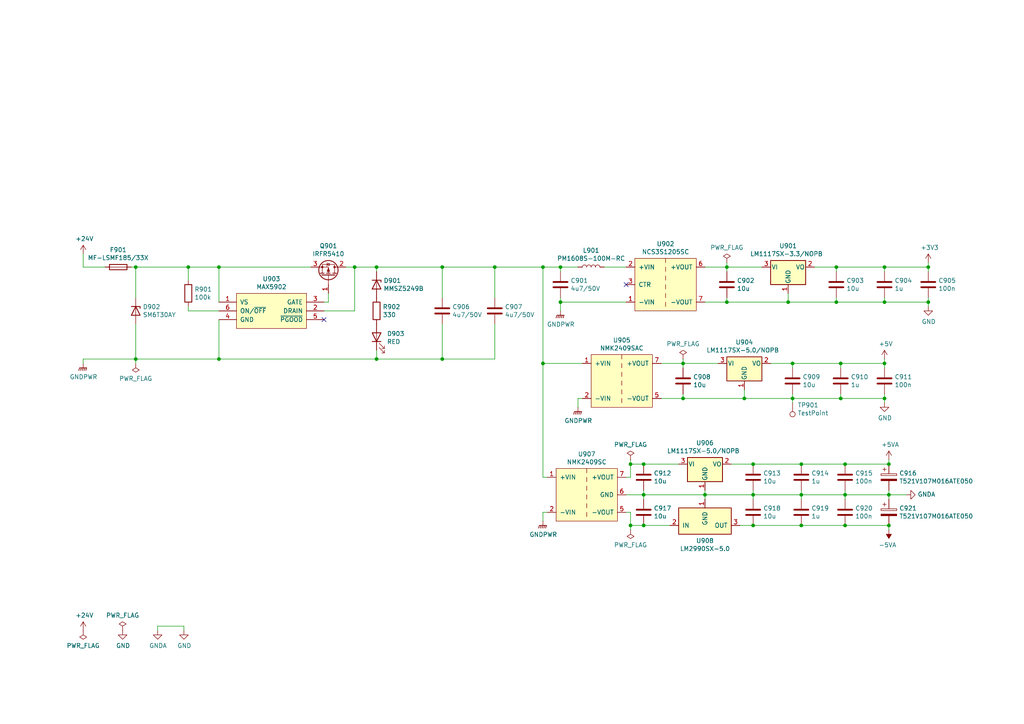
<source format=kicad_sch>
(kicad_sch (version 20230121) (generator eeschema)
  (paper "A4")
  (lib_symbols
    (symbol "Connector:TestPoint" (pin_numbers hide) (pin_names (offset 0.762) hide)
      (property "Reference" "TP" (at 0 6.858 0))
      (property "Value" "TestPoint" (at 0 5.08 0))
      (symbol "TestPoint_0_1"
        (circle (center 0 3.302) (radius 0.762))
      )
      (symbol "TestPoint_1_1"
        (pin passive line (at 0 0 90) (length 2.54) (name "1") (number "1"))
      )
    )
    (symbol "Device:C" (pin_numbers hide) (pin_names (offset 0.254))
      (property "Reference" "C" (at 0.635 2.54 0))
      (property "Value" "C" (at 0.635 -2.54 0))
      (symbol "C_0_1"
        (polyline (pts (xy -2.032 -0.762) (xy 2.032 -0.762)) (stroke (width 0.508)))
        (polyline (pts (xy -2.032 0.762) (xy 2.032 0.762)) (stroke (width 0.508)))
      )
      (symbol "C_1_1"
        (pin passive line (at 0 3.81 270) (length 2.794) (name "~") (number "1"))
        (pin passive line (at 0 -3.81 90) (length 2.794) (name "~") (number "2"))
      )
    )
    (symbol "Device:CP" (pin_numbers hide) (pin_names (offset 0.254))
      (property "Reference" "C" (at 0.635 2.54 0))
      (property "Value" "Device_CP" (at 0.635 -2.54 0))
      (symbol "CP_0_1"
        (rectangle (start -2.286 0.508) (end 2.286 1.016))
        (polyline (pts (xy -1.778 2.286) (xy -0.762 2.286)))
        (polyline (pts (xy -1.27 2.794) (xy -1.27 1.778)))
        (rectangle (start 2.286 -0.508) (end -2.286 -1.016) (fill (type outline)))
      )
      (symbol "CP_1_1"
        (pin passive line (at 0 3.81 270) (length 2.794) (name "~") (number "1"))
        (pin passive line (at 0 -3.81 90) (length 2.794) (name "~") (number "2"))
      )
    )
    (symbol "Device:D_Zener" (pin_numbers hide) (pin_names (offset 1.016) hide)
      (property "Reference" "D" (at 0 2.54 0))
      (property "Value" "D_Zener" (at 0 -2.54 0))
      (symbol "D_Zener_0_1"
        (polyline (pts (xy 1.27 0) (xy -1.27 0)))
        (polyline (pts (xy -1.27 -1.27) (xy -1.27 1.27) (xy -0.762 1.27)) (stroke (width 0.254)))
        (polyline (pts (xy 1.27 -1.27) (xy 1.27 1.27) (xy -1.27 0) (xy 1.27 -1.27)) (stroke (width 0.254)))
      )
      (symbol "D_Zener_1_1"
        (pin passive line (at -3.81 0 0) (length 2.54) (name "K") (number "1"))
        (pin passive line (at 3.81 0 180) (length 2.54) (name "A") (number "2"))
      )
    )
    (symbol "Device:Fuse" (pin_numbers hide) (pin_names (offset 0))
      (property "Reference" "F" (at 2.032 0 90))
      (property "Value" "Fuse" (at -1.905 0 90))
      (symbol "Fuse_0_1"
        (rectangle (start -0.762 -2.54) (end 0.762 2.54) (stroke (width 0.254)))
        (polyline (pts (xy 0 2.54) (xy 0 -2.54)))
      )
      (symbol "Fuse_1_1"
        (pin passive line (at 0 3.81 270) (length 1.27) (name "~") (number "1"))
        (pin passive line (at 0 -3.81 90) (length 1.27) (name "~") (number "2"))
      )
    )
    (symbol "Device:L" (pin_numbers hide) (pin_names (offset 1.016) hide)
      (property "Reference" "L" (at -1.27 0 90))
      (property "Value" "L" (at 1.905 0 90))
      (symbol "L_0_1"
        (arc (start 0 -2.54) (mid 0.6323 -1.905) (end 0 -1.27))
        (arc (start 0 -1.27) (mid 0.6323 -0.635) (end 0 0))
        (arc (start 0 0) (mid 0.6323 0.635) (end 0 1.27))
        (arc (start 0 1.27) (mid 0.6323 1.905) (end 0 2.54))
      )
      (symbol "L_1_1"
        (pin passive line (at 0 3.81 270) (length 1.27) (name "1") (number "1"))
        (pin passive line (at 0 -3.81 90) (length 1.27) (name "2") (number "2"))
      )
    )
    (symbol "Device:LED" (pin_numbers hide) (pin_names (offset 1.016) hide)
      (property "Reference" "D" (at 0 2.54 0))
      (property "Value" "LED" (at 0 -2.54 0))
      (symbol "LED_0_1"
        (polyline (pts (xy -1.27 -1.27) (xy -1.27 1.27)) (stroke (width 0.254)))
        (polyline (pts (xy -1.27 0) (xy 1.27 0)))
        (polyline (pts (xy 1.27 -1.27) (xy 1.27 1.27) (xy -1.27 0) (xy 1.27 -1.27)) (stroke (width 0.254)))
        (polyline (pts (xy -3.048 -0.762) (xy -4.572 -2.286) (xy -3.81 -2.286) (xy -4.572 -2.286) (xy -4.572 -1.524)))
        (polyline (pts (xy -1.778 -0.762) (xy -3.302 -2.286) (xy -2.54 -2.286) (xy -3.302 -2.286) (xy -3.302 -1.524)))
      )
      (symbol "LED_1_1"
        (pin passive line (at -3.81 0 0) (length 2.54) (name "K") (number "1"))
        (pin passive line (at 3.81 0 180) (length 2.54) (name "A") (number "2"))
      )
    )
    (symbol "Device:Q_PMOS_GDS" (pin_names (offset 0) hide)
      (property "Reference" "Q" (at 5.08 1.27 0))
      (property "Value" "Q_PMOS_GDS" (at 5.08 -1.27 0))
      (symbol "Q_PMOS_GDS_0_1"
        (polyline (pts (xy 0.254 0) (xy -2.54 0)))
        (polyline (pts (xy 0.254 1.905) (xy 0.254 -1.905)) (stroke (width 0.254)))
        (polyline (pts (xy 0.762 -1.27) (xy 0.762 -2.286)) (stroke (width 0.254)))
        (polyline (pts (xy 0.762 0.508) (xy 0.762 -0.508)) (stroke (width 0.254)))
        (polyline (pts (xy 0.762 2.286) (xy 0.762 1.27)) (stroke (width 0.254)))
        (polyline (pts (xy 2.54 2.54) (xy 2.54 1.778)))
        (polyline (pts (xy 2.54 -2.54) (xy 2.54 0) (xy 0.762 0)))
        (polyline (pts (xy 0.762 1.778) (xy 3.302 1.778) (xy 3.302 -1.778) (xy 0.762 -1.778)))
        (polyline (pts (xy 2.286 0) (xy 1.27 0.381) (xy 1.27 -0.381) (xy 2.286 0)) (fill (type outline)))
        (polyline (pts (xy 2.794 -0.508) (xy 2.921 -0.381) (xy 3.683 -0.381) (xy 3.81 -0.254)))
        (polyline (pts (xy 3.302 -0.381) (xy 2.921 0.254) (xy 3.683 0.254) (xy 3.302 -0.381)))
        (circle (center 1.651 0) (radius 2.794) (stroke (width 0.254)))
        (circle (center 2.54 -1.778) (radius 0.254) (fill (type outline)))
        (circle (center 2.54 1.778) (radius 0.254) (fill (type outline)))
      )
      (symbol "Q_PMOS_GDS_1_1"
        (pin input line (at -5.08 0 0) (length 2.54) (name "G") (number "1"))
        (pin passive line (at 2.54 5.08 270) (length 2.54) (name "D") (number "2"))
        (pin passive line (at 2.54 -5.08 90) (length 2.54) (name "S") (number "3"))
      )
    )
    (symbol "Device:R" (pin_numbers hide) (pin_names (offset 0))
      (property "Reference" "R" (at 2.032 0 90))
      (property "Value" "R" (at 0 0 90))
      (symbol "R_0_1"
        (rectangle (start -1.016 -2.54) (end 1.016 2.54) (stroke (width 0.254)))
      )
      (symbol "R_1_1"
        (pin passive line (at 0 3.81 270) (length 1.27) (name "~") (number "1"))
        (pin passive line (at 0 -3.81 90) (length 1.27) (name "~") (number "2"))
      )
    )
    (symbol "ETH1CLCR2:MAX5902" (pin_names (offset 1.016))
      (property "Reference" "U" (at -8.89 6.35 0))
      (property "Value" "MAX5902" (at 5.08 6.35 0))
      (symbol "MAX5902_0_1"
        (rectangle (start -10.16 5.08) (end 10.16 -5.08) (fill (type background)))
      )
      (symbol "MAX5902_1_1"
        (pin passive line (at -15.24 2.54 0) (length 5.08) (name "VS") (number "1"))
        (pin passive line (at 15.24 0 180) (length 5.08) (name "DRAIN") (number "2"))
        (pin passive line (at 15.24 2.54 180) (length 5.08) (name "GATE") (number "3"))
        (pin passive line (at -15.24 -2.54 0) (length 5.08) (name "GND") (number "4"))
        (pin passive line (at 15.24 -2.54 180) (length 5.08) (name "~{PGOOD}") (number "5"))
        (pin passive line (at -15.24 0 0) (length 5.08) (name "ON/~{OFF}") (number "6"))
      )
    )
    (symbol "ETH1CLCR2:NCS3" (pin_names (offset 1.016))
      (property "Reference" "U" (at 0 11.43 0))
      (property "Value" "NCS3" (at 0 8.89 0))
      (symbol "NCS3_0_1"
        (rectangle (start -8.89 7.62) (end 8.89 -7.62) (fill (type background)))
        (polyline (pts (xy 0 -5.08) (xy 0 -6.35)))
        (polyline (pts (xy 0 -2.54) (xy 0 -3.81)))
        (polyline (pts (xy 0 0) (xy 0 -1.27)))
        (polyline (pts (xy 0 2.54) (xy 0 1.27)))
        (polyline (pts (xy 0 5.08) (xy 0 3.81)))
        (polyline (pts (xy 0 7.62) (xy 0 6.35)))
      )
      (symbol "NCS3_1_1"
        (pin passive line (at -11.43 -5.08 0) (length 2.54) (name "-VIN") (number "1"))
        (pin passive line (at -11.43 5.08 0) (length 2.54) (name "+VIN") (number "2"))
        (pin input line (at -11.43 0 0) (length 2.54) (name "CTR") (number "3"))
        (pin passive line (at 11.43 5.08 180) (length 2.54) (name "+VOUT") (number "6"))
        (pin passive line (at 11.43 -5.08 180) (length 2.54) (name "-VOUT") (number "7"))
        (pin no_connect non_logic (at 8.89 0 0) (length 0) hide (name "NC") (number "8"))
      )
    )
    (symbol "ETH1CLCR2:NMK_DUAL" (pin_names (offset 1.016))
      (property "Reference" "U" (at 0 11.43 0))
      (property "Value" "NMK_DUAL" (at 0 8.89 0))
      (symbol "NMK_DUAL_0_1"
        (rectangle (start -8.89 7.62) (end 8.89 -7.62) (fill (type background)))
        (polyline (pts (xy 0 -5.08) (xy 0 -6.35)))
        (polyline (pts (xy 0 -2.54) (xy 0 -3.81)))
        (polyline (pts (xy 0 0) (xy 0 -1.27)))
        (polyline (pts (xy 0 2.54) (xy 0 1.27)))
        (polyline (pts (xy 0 5.08) (xy 0 3.81)))
        (polyline (pts (xy 0 7.62) (xy 0 6.35)))
      )
      (symbol "NMK_DUAL_1_1"
        (pin passive line (at -11.43 5.08 0) (length 2.54) (name "+VIN") (number "1"))
        (pin passive line (at -11.43 -5.08 0) (length 2.54) (name "-VIN") (number "2"))
        (pin passive line (at 11.43 -5.08 180) (length 2.54) (name "-VOUT") (number "5"))
        (pin passive line (at 11.43 0 180) (length 2.54) (name "GND") (number "6"))
        (pin passive line (at 11.43 5.08 180) (length 2.54) (name "+VOUT") (number "7"))
      )
    )
    (symbol "ETH1CLCR2:NMK_SINGLE" (pin_names (offset 1.016))
      (property "Reference" "U" (at 0 11.43 0))
      (property "Value" "NMK_SINGLE" (at 0 8.89 0))
      (symbol "NMK_SINGLE_0_1"
        (rectangle (start -8.89 7.62) (end 8.89 -7.62) (fill (type background)))
        (polyline (pts (xy 0 -5.08) (xy 0 -6.35)))
        (polyline (pts (xy 0 -2.54) (xy 0 -3.81)))
        (polyline (pts (xy 0 0) (xy 0 -1.27)))
        (polyline (pts (xy 0 2.54) (xy 0 1.27)))
        (polyline (pts (xy 0 5.08) (xy 0 3.81)))
        (polyline (pts (xy 0 7.62) (xy 0 6.35)))
      )
      (symbol "NMK_SINGLE_1_1"
        (pin passive line (at -11.43 5.08 0) (length 2.54) (name "+VIN") (number "1"))
        (pin passive line (at -11.43 -5.08 0) (length 2.54) (name "-VIN") (number "2"))
        (pin passive line (at 11.43 -5.08 180) (length 2.54) (name "-VOUT") (number "5"))
        (pin passive line (at 11.43 5.08 180) (length 2.54) (name "+VOUT") (number "7"))
      )
    )
    (symbol "Regulator_Linear:LM2990SX-5.0" (pin_names (offset 1.016))
      (property "Reference" "U" (at -7.874 4.064 0))
      (property "Value" "LM2990SX-5.0" (at -3.048 4.064 0))
      (symbol "LM2990SX-5.0_0_1"
        (rectangle (start -7.62 2.54) (end 7.62 -5.08) (stroke (width 0.254)) (fill (type background)))
      )
      (symbol "LM2990SX-5.0_1_1"
        (pin power_in line (at 0 -7.62 90) (length 2.54) (name "GND") (number "1"))
        (pin power_in line (at -10.16 0 0) (length 2.54) (name "IN") (number "2"))
        (pin power_out line (at 10.16 0 180) (length 2.54) (name "OUT") (number "3"))
      )
    )
    (symbol "Regulator_Linear:TLV1117-33" (pin_names (offset 0.254))
      (property "Reference" "U" (at -3.81 3.175 0))
      (property "Value" "TLV1117-33" (at 0 3.175 0))
      (symbol "TLV1117-33_0_1"
        (rectangle (start -5.08 -5.08) (end 5.08 1.905) (stroke (width 0.254)) (fill (type background)))
      )
      (symbol "TLV1117-33_1_1"
        (pin power_in line (at 0 -7.62 90) (length 2.54) (name "GND") (number "1"))
        (pin power_out line (at 7.62 0 180) (length 2.54) (name "VO") (number "2"))
        (pin power_in line (at -7.62 0 0) (length 2.54) (name "VI") (number "3"))
      )
    )
    (symbol "Regulator_Linear:TLV1117-50" (pin_names (offset 0.254))
      (property "Reference" "U" (at -3.81 3.175 0))
      (property "Value" "TLV1117-50" (at 0 3.175 0))
      (symbol "TLV1117-50_0_1"
        (rectangle (start -5.08 -5.08) (end 5.08 1.905) (stroke (width 0.254)) (fill (type background)))
      )
      (symbol "TLV1117-50_1_1"
        (pin power_in line (at 0 -7.62 90) (length 2.54) (name "GND") (number "1"))
        (pin power_out line (at 7.62 0 180) (length 2.54) (name "VO") (number "2"))
        (pin power_in line (at -7.62 0 0) (length 2.54) (name "VI") (number "3"))
      )
    )
    (symbol "power:+24V" (power) (pin_names (offset 0))
      (property "Value" "+24V" (at 0 3.556 0))
      (symbol "+24V_0_1"
        (polyline (pts (xy -0.762 1.27) (xy 0 2.54)))
        (polyline (pts (xy 0 0) (xy 0 2.54)))
        (polyline (pts (xy 0 2.54) (xy 0.762 1.27)))
      )
      (symbol "+24V_1_1"
        (pin power_in line (at 0 0 90) (length 0) hide (name "+24V") (number "1"))
      )
    )
    (symbol "power:+3.3V" (power) (pin_names (offset 0))
      (property "Value" "+3.3V" (at 0 3.556 0))
      (symbol "+3.3V_0_1"
        (polyline (pts (xy -0.762 1.27) (xy 0 2.54)))
        (polyline (pts (xy 0 0) (xy 0 2.54)))
        (polyline (pts (xy 0 2.54) (xy 0.762 1.27)))
      )
      (symbol "+3.3V_1_1"
        (pin power_in line (at 0 0 90) (length 0) hide (name "+3V3") (number "1"))
      )
    )
    (symbol "power:+5V" (power) (pin_names (offset 0))
      (property "Value" "+5V" (at 0 3.556 0))
      (symbol "+5V_0_1"
        (polyline (pts (xy -0.762 1.27) (xy 0 2.54)))
        (polyline (pts (xy 0 0) (xy 0 2.54)))
        (polyline (pts (xy 0 2.54) (xy 0.762 1.27)))
      )
      (symbol "+5V_1_1"
        (pin power_in line (at 0 0 90) (length 0) hide (name "+5V") (number "1"))
      )
    )
    (symbol "power:+5VA" (power) (pin_names (offset 0))
      (property "Value" "+5VA" (at 0 3.556 0))
      (symbol "+5VA_0_1"
        (polyline (pts (xy -0.762 1.27) (xy 0 2.54)))
        (polyline (pts (xy 0 0) (xy 0 2.54)))
        (polyline (pts (xy 0 2.54) (xy 0.762 1.27)))
      )
      (symbol "+5VA_1_1"
        (pin power_in line (at 0 0 90) (length 0) hide (name "+5VA") (number "1"))
      )
    )
    (symbol "power:-5VA" (power) (pin_names (offset 0))
      (property "Value" "-5VA" (at 0 3.81 0))
      (symbol "-5VA_0_0"
        (pin power_in line (at 0 0 90) (length 0) hide (name "-5VA") (number "1"))
      )
      (symbol "-5VA_0_1"
        (polyline (pts (xy 0 0) (xy 0 1.27) (xy 0.762 1.27) (xy 0 2.54) (xy -0.762 1.27) (xy 0 1.27)) (fill (type outline)))
      )
    )
    (symbol "power:GND" (power) (pin_names (offset 0))
      (property "Value" "GND" (at 0 -3.81 0))
      (symbol "GND_0_1"
        (polyline (pts (xy 0 0) (xy 0 -1.27) (xy 1.27 -1.27) (xy 0 -2.54) (xy -1.27 -1.27) (xy 0 -1.27)))
      )
      (symbol "GND_1_1"
        (pin power_in line (at 0 0 270) (length 0) hide (name "GND") (number "1"))
      )
    )
    (symbol "power:GNDA" (power) (pin_names (offset 0))
      (property "Value" "GNDA" (at 0 -3.81 0))
      (symbol "GNDA_0_1"
        (polyline (pts (xy 0 0) (xy 0 -1.27) (xy 1.27 -1.27) (xy 0 -2.54) (xy -1.27 -1.27) (xy 0 -1.27)))
      )
      (symbol "GNDA_1_1"
        (pin power_in line (at 0 0 270) (length 0) hide (name "GNDA") (number "1"))
      )
    )
    (symbol "power:GNDPWR" (power) (pin_names (offset 0))
      (property "Value" "GNDPWR" (at 0 -3.302 0))
      (symbol "GNDPWR_0_1"
        (polyline (pts (xy 0 -1.27) (xy 0 0)))
        (polyline (pts (xy -1.016 -1.27) (xy -1.27 -2.032) (xy -1.27 -2.032)) (stroke (width 0.2032)))
        (polyline (pts (xy -0.508 -1.27) (xy -0.762 -2.032) (xy -0.762 -2.032)) (stroke (width 0.2032)))
        (polyline (pts (xy 0 -1.27) (xy -0.254 -2.032) (xy -0.254 -2.032)) (stroke (width 0.2032)))
        (polyline (pts (xy 0.508 -1.27) (xy 0.254 -2.032) (xy 0.254 -2.032)) (stroke (width 0.2032)))
        (polyline (pts (xy 1.016 -1.27) (xy -1.016 -1.27) (xy -1.016 -1.27)) (stroke (width 0.2032)))
        (polyline (pts (xy 1.016 -1.27) (xy 0.762 -2.032) (xy 0.762 -2.032) (xy 0.762 -2.032)) (stroke (width 0.2032)))
      )
      (symbol "GNDPWR_1_1"
        (pin power_in line (at 0 0 270) (length 0) hide (name "GNDPWR") (number "1"))
      )
    )
    (symbol "power:PWR_FLAG" (power) (pin_numbers hide) (pin_names (offset 0) hide)
      (property "Value" "PWR_FLAG" (at 0 3.81 0))
      (symbol "PWR_FLAG_0_0"
        (pin power_out line (at 0 0 90) (length 0) (name "pwr") (number "1"))
      )
      (symbol "PWR_FLAG_0_1"
        (polyline (pts (xy 0 0) (xy 0 1.27) (xy -1.016 1.905) (xy 0 2.54) (xy 1.016 1.905) (xy 0 1.27)))
      )
    )
  )
  (junction (at 39.37 77.47))
  (junction (at 39.37 104.14))
  (junction (at 186.69 143.51))
  (junction (at 210.82 87.63))
  (junction (at 257.81 134.62))
  (junction (at 143.51 77.47))
  (junction (at 109.22 77.47))
  (junction (at 157.48 77.47))
  (junction (at 243.84 115.57))
  (junction (at 162.56 77.47))
  (junction (at 242.57 77.47))
  (junction (at 198.12 115.57))
  (junction (at 245.11 143.51))
  (junction (at 157.48 105.41))
  (junction (at 186.69 134.62))
  (junction (at 218.44 152.4))
  (junction (at 182.88 134.62))
  (junction (at 109.22 104.14))
  (junction (at 102.87 77.47))
  (junction (at 256.54 105.41))
  (junction (at 229.87 115.57))
  (junction (at 128.27 104.14))
  (junction (at 269.24 77.47))
  (junction (at 228.6 87.63))
  (junction (at 256.54 87.63))
  (junction (at 182.88 152.4))
  (junction (at 198.12 105.41))
  (junction (at 218.44 143.51))
  (junction (at 63.5 77.47))
  (junction (at 162.56 87.63))
  (junction (at 245.11 152.4))
  (junction (at 218.44 134.62))
  (junction (at 204.47 143.51))
  (junction (at 232.41 143.51))
  (junction (at 269.24 87.63))
  (junction (at 229.87 105.41))
  (junction (at 215.9 115.57))
  (junction (at 54.61 77.47))
  (junction (at 63.5 104.14))
  (junction (at 257.81 143.51))
  (junction (at 257.81 152.4))
  (junction (at 128.27 77.47))
  (junction (at 245.11 134.62))
  (junction (at 232.41 152.4))
  (junction (at 256.54 77.47))
  (junction (at 242.57 87.63))
  (junction (at 256.54 115.57))
  (junction (at 210.82 77.47))
  (junction (at 186.69 152.4))
  (junction (at 232.41 134.62))
  (junction (at 243.84 105.41))
  (no_connect (at 93.98 92.71))
  (no_connect (at 181.61 82.55))
  (wire (pts (xy 198.12 104.14) (xy 198.12 105.41)))
  (wire (pts (xy 186.69 143.51) (xy 204.47 143.51)))
  (wire (pts (xy 218.44 152.4) (xy 232.41 152.4)))
  (wire (pts (xy 53.34 181.61) (xy 45.72 181.61)))
  (wire (pts (xy 24.13 77.47) (xy 24.13 73.66)))
  (wire (pts (xy 128.27 77.47) (xy 109.22 77.47)))
  (wire (pts (xy 257.81 133.35) (xy 257.81 134.62)))
  (wire (pts (xy 143.51 104.14) (xy 143.51 93.98)))
  (wire (pts (xy 143.51 86.36) (xy 143.51 77.47)))
  (wire (pts (xy 194.31 152.4) (xy 186.69 152.4)))
  (wire (pts (xy 204.47 87.63) (xy 210.82 87.63)))
  (wire (pts (xy 257.81 153.67) (xy 257.81 152.4)))
  (wire (pts (xy 109.22 104.14) (xy 109.22 101.6)))
  (wire (pts (xy 162.56 78.74) (xy 162.56 77.47)))
  (wire (pts (xy 229.87 106.68) (xy 229.87 105.41)))
  (wire (pts (xy 232.41 152.4) (xy 245.11 152.4)))
  (wire (pts (xy 175.26 77.47) (xy 181.61 77.47)))
  (wire (pts (xy 63.5 92.71) (xy 63.5 104.14)))
  (wire (pts (xy 186.69 142.24) (xy 186.69 143.51)))
  (wire (pts (xy 39.37 86.36) (xy 39.37 77.47)))
  (wire (pts (xy 162.56 87.63) (xy 181.61 87.63)))
  (wire (pts (xy 95.25 87.63) (xy 95.25 85.09)))
  (wire (pts (xy 218.44 143.51) (xy 218.44 142.24)))
  (wire (pts (xy 198.12 115.57) (xy 215.9 115.57)))
  (wire (pts (xy 243.84 105.41) (xy 256.54 105.41)))
  (wire (pts (xy 186.69 152.4) (xy 182.88 152.4)))
  (wire (pts (xy 269.24 88.9) (xy 269.24 87.63)))
  (wire (pts (xy 204.47 77.47) (xy 210.82 77.47)))
  (wire (pts (xy 245.11 144.78) (xy 245.11 143.51)))
  (wire (pts (xy 45.72 181.61) (xy 45.72 182.88)))
  (wire (pts (xy 63.5 90.17) (xy 54.61 90.17)))
  (wire (pts (xy 269.24 77.47) (xy 256.54 77.47)))
  (wire (pts (xy 167.64 115.57) (xy 168.91 115.57)))
  (wire (pts (xy 39.37 77.47) (xy 54.61 77.47)))
  (wire (pts (xy 269.24 87.63) (xy 269.24 86.36)))
  (wire (pts (xy 210.82 87.63) (xy 210.82 86.36)))
  (wire (pts (xy 210.82 77.47) (xy 220.98 77.47)))
  (wire (pts (xy 256.54 116.84) (xy 256.54 115.57)))
  (wire (pts (xy 257.81 143.51) (xy 245.11 143.51)))
  (wire (pts (xy 181.61 143.51) (xy 186.69 143.51)))
  (wire (pts (xy 128.27 86.36) (xy 128.27 77.47)))
  (wire (pts (xy 182.88 138.43) (xy 182.88 134.62)))
  (wire (pts (xy 182.88 134.62) (xy 186.69 134.62)))
  (wire (pts (xy 24.13 105.41) (xy 24.13 104.14)))
  (wire (pts (xy 210.82 78.74) (xy 210.82 77.47)))
  (wire (pts (xy 208.28 105.41) (xy 198.12 105.41)))
  (wire (pts (xy 229.87 116.84) (xy 229.87 115.57)))
  (wire (pts (xy 256.54 104.14) (xy 256.54 105.41)))
  (wire (pts (xy 232.41 134.62) (xy 245.11 134.62)))
  (wire (pts (xy 256.54 114.3) (xy 256.54 115.57)))
  (wire (pts (xy 243.84 115.57) (xy 243.84 114.3)))
  (wire (pts (xy 256.54 77.47) (xy 242.57 77.47)))
  (wire (pts (xy 90.17 77.47) (xy 63.5 77.47)))
  (wire (pts (xy 212.09 134.62) (xy 218.44 134.62)))
  (wire (pts (xy 243.84 115.57) (xy 229.87 115.57)))
  (wire (pts (xy 182.88 133.35) (xy 182.88 134.62)))
  (wire (pts (xy 63.5 104.14) (xy 39.37 104.14)))
  (wire (pts (xy 143.51 77.47) (xy 157.48 77.47)))
  (wire (pts (xy 242.57 86.36) (xy 242.57 87.63)))
  (wire (pts (xy 242.57 87.63) (xy 256.54 87.63)))
  (wire (pts (xy 215.9 115.57) (xy 229.87 115.57)))
  (wire (pts (xy 109.22 77.47) (xy 109.22 78.74)))
  (wire (pts (xy 245.11 152.4) (xy 257.81 152.4)))
  (wire (pts (xy 218.44 152.4) (xy 214.63 152.4)))
  (wire (pts (xy 243.84 106.68) (xy 243.84 105.41)))
  (wire (pts (xy 228.6 87.63) (xy 242.57 87.63)))
  (wire (pts (xy 215.9 113.03) (xy 215.9 115.57)))
  (wire (pts (xy 256.54 86.36) (xy 256.54 87.63)))
  (wire (pts (xy 157.48 151.13) (xy 157.48 148.59)))
  (wire (pts (xy 54.61 77.47) (xy 54.61 81.28)))
  (wire (pts (xy 229.87 114.3) (xy 229.87 115.57)))
  (wire (pts (xy 228.6 85.09) (xy 228.6 87.63)))
  (wire (pts (xy 186.69 134.62) (xy 196.85 134.62)))
  (wire (pts (xy 30.48 77.47) (xy 24.13 77.47)))
  (wire (pts (xy 229.87 105.41) (xy 243.84 105.41)))
  (wire (pts (xy 24.13 104.14) (xy 39.37 104.14)))
  (wire (pts (xy 102.87 77.47) (xy 100.33 77.47)))
  (wire (pts (xy 63.5 87.63) (xy 63.5 77.47)))
  (wire (pts (xy 93.98 87.63) (xy 95.25 87.63)))
  (wire (pts (xy 157.48 77.47) (xy 162.56 77.47)))
  (wire (pts (xy 232.41 142.24) (xy 232.41 143.51)))
  (wire (pts (xy 245.11 142.24) (xy 245.11 143.51)))
  (wire (pts (xy 38.1 77.47) (xy 39.37 77.47)))
  (wire (pts (xy 157.48 148.59) (xy 158.75 148.59)))
  (wire (pts (xy 181.61 138.43) (xy 182.88 138.43)))
  (wire (pts (xy 218.44 134.62) (xy 232.41 134.62)))
  (wire (pts (xy 256.54 77.47) (xy 256.54 78.74)))
  (wire (pts (xy 162.56 90.17) (xy 162.56 87.63)))
  (wire (pts (xy 257.81 143.51) (xy 257.81 142.24)))
  (wire (pts (xy 204.47 144.78) (xy 204.47 143.51)))
  (wire (pts (xy 257.81 144.78) (xy 257.81 143.51)))
  (wire (pts (xy 218.44 143.51) (xy 218.44 144.78)))
  (wire (pts (xy 39.37 104.14) (xy 39.37 93.98)))
  (wire (pts (xy 128.27 104.14) (xy 109.22 104.14)))
  (wire (pts (xy 182.88 152.4) (xy 182.88 148.59)))
  (wire (pts (xy 191.77 115.57) (xy 198.12 115.57)))
  (wire (pts (xy 204.47 143.51) (xy 218.44 143.51)))
  (wire (pts (xy 128.27 93.98) (xy 128.27 104.14)))
  (wire (pts (xy 128.27 77.47) (xy 143.51 77.47)))
  (wire (pts (xy 162.56 77.47) (xy 167.64 77.47)))
  (wire (pts (xy 167.64 118.11) (xy 167.64 115.57)))
  (wire (pts (xy 262.89 143.51) (xy 257.81 143.51)))
  (wire (pts (xy 210.82 76.2) (xy 210.82 77.47)))
  (wire (pts (xy 229.87 105.41) (xy 223.52 105.41)))
  (wire (pts (xy 257.81 134.62) (xy 245.11 134.62)))
  (wire (pts (xy 182.88 148.59) (xy 181.61 148.59)))
  (wire (pts (xy 242.57 78.74) (xy 242.57 77.47)))
  (wire (pts (xy 269.24 78.74) (xy 269.24 77.47)))
  (wire (pts (xy 198.12 106.68) (xy 198.12 105.41)))
  (wire (pts (xy 182.88 153.67) (xy 182.88 152.4)))
  (wire (pts (xy 204.47 142.24) (xy 204.47 143.51)))
  (wire (pts (xy 242.57 77.47) (xy 236.22 77.47)))
  (wire (pts (xy 39.37 105.41) (xy 39.37 104.14)))
  (wire (pts (xy 232.41 143.51) (xy 218.44 143.51)))
  (wire (pts (xy 191.77 105.41) (xy 198.12 105.41)))
  (wire (pts (xy 245.11 143.51) (xy 232.41 143.51)))
  (wire (pts (xy 210.82 87.63) (xy 228.6 87.63)))
  (wire (pts (xy 168.91 105.41) (xy 157.48 105.41)))
  (wire (pts (xy 158.75 138.43) (xy 157.48 138.43)))
  (wire (pts (xy 157.48 105.41) (xy 157.48 77.47)))
  (wire (pts (xy 256.54 115.57) (xy 243.84 115.57)))
  (wire (pts (xy 256.54 105.41) (xy 256.54 106.68)))
  (wire (pts (xy 109.22 104.14) (xy 63.5 104.14)))
  (wire (pts (xy 162.56 87.63) (xy 162.56 86.36)))
  (wire (pts (xy 53.34 182.88) (xy 53.34 181.61)))
  (wire (pts (xy 102.87 77.47) (xy 109.22 77.47)))
  (wire (pts (xy 232.41 144.78) (xy 232.41 143.51)))
  (wire (pts (xy 102.87 90.17) (xy 102.87 77.47)))
  (wire (pts (xy 128.27 104.14) (xy 143.51 104.14)))
  (wire (pts (xy 198.12 115.57) (xy 198.12 114.3)))
  (wire (pts (xy 93.98 90.17) (xy 102.87 90.17)))
  (wire (pts (xy 269.24 76.2) (xy 269.24 77.47)))
  (wire (pts (xy 54.61 90.17) (xy 54.61 88.9)))
  (wire (pts (xy 157.48 105.41) (xy 157.48 138.43)))
  (wire (pts (xy 63.5 77.47) (xy 54.61 77.47)))
  (wire (pts (xy 186.69 144.78) (xy 186.69 143.51)))
  (wire (pts (xy 256.54 87.63) (xy 269.24 87.63)))
  (symbol (lib_id "ETH1CLCR2:MAX5902") (at 78.74 90.17 0) (unit 1)
    (property "Reference" "U903" (at 78.74 80.899 0))
    (property "Value" "MAX5902" (at 78.74 83.2104 0))
    (property "Footprint" "Package_TO_SOT_SMD:SOT-23-6_Handsoldering" (effects hide))
  )
  (symbol (lib_id "Device:Q_PMOS_GDS") (at 95.25 80.01 270) (mirror x) (unit 1)
    (property "Reference" "Q901" (at 95.25 71.3232 90))
    (property "Value" "IRFR5410" (at 95.25 73.6346 90))
    (property "Footprint" "ETH1CLCR2:TO-252-2_Rectifier" (effects hide))
  )
  (symbol (lib_id "Device:Fuse") (at 34.29 77.47 270) (unit 1)
    (property "Reference" "F901" (at 34.29 72.4662 90))
    (property "Value" "MF-LSMF185/33X" (at 34.29 74.7776 90))
    (property "Footprint" "ETH1CLCR2:Fuse_SMD2920" (effects hide))
  )
  (symbol (lib_id "Device:R") (at 54.61 85.09 0) (unit 1)
    (property "Reference" "R901" (at 56.388 83.9216 0) (effects (justify left)))
    (property "Value" "100k" (at 56.388 86.233 0) (effects (justify left)))
    (property "Footprint" "Resistor_SMD:R_0603_1608Metric_Pad0.98x0.95mm_HandSolder" (effects hide))
  )
  (symbol (lib_id "Device:D_Zener") (at 39.37 90.17 270) (unit 1)
    (property "Reference" "D902" (at 41.402 89.0016 90) (effects (justify left)))
    (property "Value" "SM6T30AY" (at 41.402 91.313 90) (effects (justify left)))
    (property "Footprint" "ETH1CLCR2:DO_214AA_REV" (effects hide))
  )
  (symbol (lib_id "Device:CP") (at 257.81 138.43 0) (unit 1)
    (property "Reference" "C916" (at 260.8072 137.2616 0) (effects (justify left)))
    (property "Value" "T521V107M016ATE050" (at 260.8072 139.573 0) (effects (justify left)))
    (property "Footprint" "Capacitor_Tantalum_SMD:CP_EIA-7343-20_Kemet-V_Pad2.25x2.55mm_HandSolder" (effects hide))
  )
  (symbol (lib_id "Device:D_Zener") (at 109.22 82.55 270) (unit 1)
    (property "Reference" "D901" (at 111.252 81.3816 90) (effects (justify left)))
    (property "Value" "MMSZ5249B" (at 111.252 83.693 90) (effects (justify left)))
    (property "Footprint" "Diode_SMD:D_SOD-123" (effects hide))
  )
  (symbol (lib_id "Device:R") (at 109.22 90.17 0) (unit 1)
    (property "Reference" "R902" (at 110.998 89.0016 0) (effects (justify left)))
    (property "Value" "330" (at 110.998 91.313 0) (effects (justify left)))
    (property "Footprint" "Resistor_SMD:R_0603_1608Metric_Pad0.98x0.95mm_HandSolder" (effects hide))
  )
  (symbol (lib_id "Device:LED") (at 109.22 97.79 90) (unit 1)
    (property "Reference" "D903" (at 112.2172 96.7994 90) (effects (justify right)))
    (property "Value" "RED" (at 112.2172 99.1108 90) (effects (justify right)))
    (property "Footprint" "LED_SMD:LED_0603_1608Metric_Pad1.05x0.95mm_HandSolder" (effects hide))
  )
  (symbol (lib_id "Device:CP") (at 257.81 148.59 0) (unit 1)
    (property "Reference" "C921" (at 260.8072 147.4216 0) (effects (justify left)))
    (property "Value" "T521V107M016ATE050" (at 260.8072 149.733 0) (effects (justify left)))
    (property "Footprint" "Capacitor_Tantalum_SMD:CP_EIA-7343-20_Kemet-V_Pad2.25x2.55mm_HandSolder" (effects hide))
  )
  (symbol (lib_id "power:GNDPWR") (at 24.13 105.41 0) (unit 1)
    (property "Reference" "#PWR0906" (effects hide))
    (property "Value" "GNDPWR" (at 24.2316 109.3216 0))
  )
  (symbol (lib_id "power:+24V") (at 24.13 73.66 0) (unit 1)
    (property "Reference" "#PWR0901" (effects hide))
    (property "Value" "+24V" (at 24.511 69.2658 0))
  )
  (symbol (lib_id "ETH1CLCR2:NMK_SINGLE") (at 180.34 110.49 0) (unit 1)
    (property "Reference" "U905" (at 180.34 98.679 0))
    (property "Value" "NMK2409SAC" (at 180.34 100.9904 0))
    (property "Footprint" "ETH1CLCR2:NMK_SINGLE" (effects hide))
  )
  (symbol (lib_id "ETH1CLCR2:NMK_DUAL") (at 170.18 143.51 0) (unit 1)
    (property "Reference" "U907" (at 170.18 131.699 0))
    (property "Value" "NMK2409SC" (at 170.18 134.0104 0))
    (property "Footprint" "ETH1CLCR2:NMK_DUAL" (effects hide))
  )
  (symbol (lib_id "Device:C") (at 210.82 82.55 0) (unit 1)
    (property "Reference" "C902" (at 213.741 81.3816 0) (effects (justify left)))
    (property "Value" "10u" (at 213.741 83.693 0) (effects (justify left)))
    (property "Footprint" "Capacitor_SMD:C_1206_3216Metric_Pad1.33x1.80mm_HandSolder" (effects hide))
  )
  (symbol (lib_id "Device:C") (at 242.57 82.55 0) (unit 1)
    (property "Reference" "C903" (at 245.491 81.3816 0) (effects (justify left)))
    (property "Value" "10u" (at 245.491 83.693 0) (effects (justify left)))
    (property "Footprint" "Capacitor_SMD:C_1206_3216Metric_Pad1.33x1.80mm_HandSolder" (effects hide))
  )
  (symbol (lib_id "power:GND") (at 269.24 88.9 0) (unit 1)
    (property "Reference" "#PWR0903" (effects hide))
    (property "Value" "GND" (at 269.367 93.2942 0))
  )
  (symbol (lib_id "power:+3.3V") (at 269.24 76.2 0) (unit 1)
    (property "Reference" "#PWR0902" (effects hide))
    (property "Value" "+3.3V" (at 269.621 71.8058 0))
  )
  (symbol (lib_id "Device:C") (at 198.12 110.49 0) (unit 1)
    (property "Reference" "C908" (at 201.041 109.3216 0) (effects (justify left)))
    (property "Value" "10u" (at 201.041 111.633 0) (effects (justify left)))
    (property "Footprint" "Capacitor_SMD:C_1206_3216Metric_Pad1.33x1.80mm_HandSolder" (effects hide))
  )
  (symbol (lib_id "Device:C") (at 229.87 110.49 0) (unit 1)
    (property "Reference" "C909" (at 232.791 109.3216 0) (effects (justify left)))
    (property "Value" "10u" (at 232.791 111.633 0) (effects (justify left)))
    (property "Footprint" "Capacitor_SMD:C_1206_3216Metric_Pad1.33x1.80mm_HandSolder" (effects hide))
  )
  (symbol (lib_id "power:GND") (at 256.54 116.84 0) (unit 1)
    (property "Reference" "#PWR0907" (effects hide))
    (property "Value" "GND" (at 256.667 121.2342 0))
  )
  (symbol (lib_id "power:+5V") (at 256.54 104.14 0) (unit 1)
    (property "Reference" "#PWR0905" (effects hide))
    (property "Value" "+5V" (at 256.921 99.7458 0))
  )
  (symbol (lib_id "Device:C") (at 186.69 138.43 0) (unit 1)
    (property "Reference" "C912" (at 189.611 137.2616 0) (effects (justify left)))
    (property "Value" "10u" (at 189.611 139.573 0) (effects (justify left)))
    (property "Footprint" "Capacitor_SMD:C_1206_3216Metric_Pad1.33x1.80mm_HandSolder" (effects hide))
  )
  (symbol (lib_id "Device:C") (at 218.44 138.43 0) (unit 1)
    (property "Reference" "C913" (at 221.361 137.2616 0) (effects (justify left)))
    (property "Value" "10u" (at 221.361 139.573 0) (effects (justify left)))
    (property "Footprint" "Capacitor_SMD:C_1206_3216Metric_Pad1.33x1.80mm_HandSolder" (effects hide))
  )
  (symbol (lib_id "Device:C") (at 186.69 148.59 0) (unit 1)
    (property "Reference" "C917" (at 189.611 147.4216 0) (effects (justify left)))
    (property "Value" "10u" (at 189.611 149.733 0) (effects (justify left)))
    (property "Footprint" "Capacitor_SMD:C_1206_3216Metric_Pad1.33x1.80mm_HandSolder" (effects hide))
  )
  (symbol (lib_id "Device:C") (at 218.44 148.59 0) (unit 1)
    (property "Reference" "C918" (at 221.361 147.4216 0) (effects (justify left)))
    (property "Value" "10u" (at 221.361 149.733 0) (effects (justify left)))
    (property "Footprint" "Capacitor_SMD:C_1206_3216Metric_Pad1.33x1.80mm_HandSolder" (effects hide))
  )
  (symbol (lib_id "power:+5VA") (at 257.81 133.35 0) (unit 1)
    (property "Reference" "#PWR0909" (effects hide))
    (property "Value" "+5VA" (at 258.191 128.9558 0))
  )
  (symbol (lib_id "power:-5VA") (at 257.81 153.67 180) (unit 1)
    (property "Reference" "#PWR0912" (effects hide))
    (property "Value" "-5VA" (at 257.429 158.0642 0))
  )
  (symbol (lib_id "power:GNDPWR") (at 162.56 90.17 0) (unit 1)
    (property "Reference" "#PWR0904" (effects hide))
    (property "Value" "GNDPWR" (at 162.6616 94.0816 0))
  )
  (symbol (lib_id "power:GNDPWR") (at 167.64 118.11 0) (unit 1)
    (property "Reference" "#PWR0908" (effects hide))
    (property "Value" "GNDPWR" (at 167.7416 122.0216 0))
  )
  (symbol (lib_id "power:GNDPWR") (at 157.48 151.13 0) (unit 1)
    (property "Reference" "#PWR0911" (effects hide))
    (property "Value" "GNDPWR" (at 157.5816 155.0416 0))
  )
  (symbol (lib_id "ETH1CLCR2:NCS3") (at 193.04 82.55 0) (unit 1)
    (property "Reference" "U902" (at 193.04 70.739 0))
    (property "Value" "NCS3S1205SC" (at 193.04 73.0504 0))
    (property "Footprint" "ETH1CLCR2:NCS3" (effects hide))
  )
  (symbol (lib_id "Device:L") (at 171.45 77.47 90) (unit 1)
    (property "Reference" "L901" (at 171.45 72.644 90))
    (property "Value" "PM1608S-100M-RC" (at 171.45 74.9554 90))
    (property "Footprint" "ETH1CLCR2:PM1608S" (effects hide))
  )
  (symbol (lib_id "Device:C") (at 162.56 82.55 0) (unit 1)
    (property "Reference" "C901" (at 165.481 81.3816 0) (effects (justify left)))
    (property "Value" "4u7/50V" (at 165.481 83.693 0) (effects (justify left)))
    (property "Footprint" "Capacitor_SMD:C_1206_3216Metric_Pad1.33x1.80mm_HandSolder" (effects hide))
  )
  (symbol (lib_id "power:GNDA") (at 45.72 182.88 0) (unit 1)
    (property "Reference" "#PWR0915" (effects hide))
    (property "Value" "GNDA" (at 45.847 187.2742 0))
  )
  (symbol (lib_id "power:GND") (at 53.34 182.88 0) (unit 1)
    (property "Reference" "#PWR0916" (effects hide))
    (property "Value" "GND" (at 53.467 187.2742 0))
  )
  (symbol (lib_id "power:GNDA") (at 262.89 143.51 90) (unit 1)
    (property "Reference" "#PWR0910" (effects hide))
    (property "Value" "GNDA" (at 266.1412 143.383 90) (effects (justify right)))
  )
  (symbol (lib_id "Device:C") (at 232.41 138.43 0) (unit 1)
    (property "Reference" "C914" (at 235.331 137.2616 0) (effects (justify left)))
    (property "Value" "1u" (at 235.331 139.573 0) (effects (justify left)))
    (property "Footprint" "Capacitor_SMD:C_1206_3216Metric_Pad1.33x1.80mm_HandSolder" (effects hide))
  )
  (symbol (lib_id "Device:C") (at 232.41 148.59 0) (unit 1)
    (property "Reference" "C919" (at 235.331 147.4216 0) (effects (justify left)))
    (property "Value" "1u" (at 235.331 149.733 0) (effects (justify left)))
    (property "Footprint" "Capacitor_SMD:C_1206_3216Metric_Pad1.33x1.80mm_HandSolder" (effects hide))
  )
  (symbol (lib_id "Device:C") (at 245.11 148.59 0) (unit 1)
    (property "Reference" "C920" (at 248.031 147.4216 0) (effects (justify left)))
    (property "Value" "100n" (at 248.031 149.733 0) (effects (justify left)))
    (property "Footprint" "Capacitor_SMD:C_1206_3216Metric_Pad1.33x1.80mm_HandSolder" (effects hide))
  )
  (symbol (lib_id "Device:C") (at 245.11 138.43 0) (unit 1)
    (property "Reference" "C915" (at 248.031 137.2616 0) (effects (justify left)))
    (property "Value" "100n" (at 248.031 139.573 0) (effects (justify left)))
    (property "Footprint" "Capacitor_SMD:C_1206_3216Metric_Pad1.33x1.80mm_HandSolder" (effects hide))
  )
  (symbol (lib_id "Device:C") (at 243.84 110.49 0) (unit 1)
    (property "Reference" "C910" (at 246.761 109.3216 0) (effects (justify left)))
    (property "Value" "1u" (at 246.761 111.633 0) (effects (justify left)))
    (property "Footprint" "Capacitor_SMD:C_1206_3216Metric_Pad1.33x1.80mm_HandSolder" (effects hide))
  )
  (symbol (lib_id "Device:C") (at 256.54 110.49 0) (unit 1)
    (property "Reference" "C911" (at 259.461 109.3216 0) (effects (justify left)))
    (property "Value" "100n" (at 259.461 111.633 0) (effects (justify left)))
    (property "Footprint" "Capacitor_SMD:C_1206_3216Metric_Pad1.33x1.80mm_HandSolder" (effects hide))
  )
  (symbol (lib_id "Device:C") (at 256.54 82.55 0) (unit 1)
    (property "Reference" "C904" (at 259.461 81.3816 0) (effects (justify left)))
    (property "Value" "1u" (at 259.461 83.693 0) (effects (justify left)))
    (property "Footprint" "Capacitor_SMD:C_1206_3216Metric_Pad1.33x1.80mm_HandSolder" (effects hide))
  )
  (symbol (lib_id "Device:C") (at 269.24 82.55 0) (unit 1)
    (property "Reference" "C905" (at 272.161 81.3816 0) (effects (justify left)))
    (property "Value" "100n" (at 272.161 83.693 0) (effects (justify left)))
    (property "Footprint" "Capacitor_SMD:C_1206_3216Metric_Pad1.33x1.80mm_HandSolder" (effects hide))
  )
  (symbol (lib_id "Connector:TestPoint") (at 229.87 116.84 180) (unit 1)
    (property "Reference" "TP901" (at 231.3432 117.5004 0) (effects (justify right)))
    (property "Value" "TestPoint" (at 231.3432 119.8118 0) (effects (justify right)))
    (property "Footprint" "TestPoint:TestPoint_Loop_D2.60mm_Drill1.6mm_Beaded" (effects hide))
  )
  (symbol (lib_id "Device:C") (at 128.27 90.17 0) (unit 1)
    (property "Reference" "C906" (at 131.191 89.0016 0) (effects (justify left)))
    (property "Value" "4u7/50V" (at 131.191 91.313 0) (effects (justify left)))
    (property "Footprint" "Capacitor_SMD:C_1206_3216Metric_Pad1.33x1.80mm_HandSolder" (effects hide))
  )
  (symbol (lib_id "Device:C") (at 143.51 90.17 0) (unit 1)
    (property "Reference" "C907" (at 146.431 89.0016 0) (effects (justify left)))
    (property "Value" "4u7/50V" (at 146.431 91.313 0) (effects (justify left)))
    (property "Footprint" "Capacitor_SMD:C_1206_3216Metric_Pad1.33x1.80mm_HandSolder" (effects hide))
  )
  (symbol (lib_id "Regulator_Linear:TLV1117-33") (at 228.6 77.47 0) (unit 1)
    (property "Reference" "U901" (at 228.6 71.3232 0))
    (property "Value" "LM1117SX-3.3/NOPB " (at 228.6 73.6346 0))
    (property "Footprint" "Package_TO_SOT_SMD:TO-263-3_TabPin2" (effects hide))
    (property "Datasheet" "http://www.ti.com/lit/ds/symlink/tlv1117.pdf" (effects hide))
  )
  (symbol (lib_id "Regulator_Linear:TLV1117-50") (at 215.9 105.41 0) (unit 1)
    (property "Reference" "U904" (at 215.9 99.2632 0))
    (property "Value" "LM1117SX-5.0/NOPB " (at 215.9 101.5746 0))
    (property "Footprint" "Package_TO_SOT_SMD:TO-263-3_TabPin2" (effects hide))
    (property "Datasheet" "http://www.ti.com/lit/ds/symlink/tlv1117.pdf" (effects hide))
  )
  (symbol (lib_id "Regulator_Linear:LM2990SX-5.0") (at 204.47 152.4 0) (mirror x) (unit 1)
    (property "Reference" "U908" (at 204.47 156.845 0))
    (property "Value" "LM2990SX-5.0" (at 204.47 159.1564 0))
    (property "Footprint" "Package_TO_SOT_SMD:TO-263-3_TabPin2" (effects hide))
    (property "Datasheet" "http://www.ti.com/lit/ds/symlink/lm2990.pdf" (effects hide))
  )
  (symbol (lib_id "Regulator_Linear:TLV1117-50") (at 204.47 134.62 0) (unit 1)
    (property "Reference" "U906" (at 204.47 128.4732 0))
    (property "Value" "LM1117SX-5.0/NOPB " (at 204.47 130.7846 0))
    (property "Footprint" "Package_TO_SOT_SMD:TO-263-3_TabPin2" (effects hide))
    (property "Datasheet" "http://www.ti.com/lit/ds/symlink/tlv1117.pdf" (effects hide))
  )
  (symbol (lib_id "power:PWR_FLAG") (at 182.88 133.35 0) (unit 1)
    (property "Reference" "#FLG0904" (effects hide))
    (property "Value" "PWR_FLAG" (at 182.88 128.9558 0))
  )
  (symbol (lib_id "power:PWR_FLAG") (at 182.88 153.67 180) (unit 1)
    (property "Reference" "#FLG0905" (effects hide))
    (property "Value" "PWR_FLAG" (at 182.88 158.0642 0))
  )
  (symbol (lib_id "power:PWR_FLAG") (at 39.37 105.41 180) (unit 1)
    (property "Reference" "#FLG0903" (effects hide))
    (property "Value" "PWR_FLAG" (at 39.37 109.8042 0))
  )
  (symbol (lib_id "power:+24V") (at 24.13 182.88 0) (unit 1)
    (property "Reference" "#PWR0913" (effects hide))
    (property "Value" "+24V" (at 24.511 178.4858 0))
  )
  (symbol (lib_id "power:PWR_FLAG") (at 24.13 182.88 180) (unit 1)
    (property "Reference" "#FLG0906" (effects hide))
    (property "Value" "PWR_FLAG" (at 24.13 187.2742 0))
  )
  (symbol (lib_id "power:GND") (at 35.56 182.88 0) (unit 1)
    (property "Reference" "#PWR0914" (effects hide))
    (property "Value" "GND" (at 35.687 187.2742 0))
  )
  (symbol (lib_id "power:PWR_FLAG") (at 35.56 182.88 0) (unit 1)
    (property "Reference" "#FLG0907" (effects hide))
    (property "Value" "PWR_FLAG" (at 35.56 178.4858 0))
  )
  (symbol (lib_id "power:PWR_FLAG") (at 198.12 104.14 0) (unit 1)
    (property "Reference" "#FLG0902" (effects hide))
    (property "Value" "PWR_FLAG" (at 198.12 99.7458 0))
  )
  (symbol (lib_id "power:PWR_FLAG") (at 210.82 76.2 0) (unit 1)
    (property "Reference" "#FLG0901" (effects hide))
    (property "Value" "PWR_FLAG" (at 210.82 71.8058 0))
  )
)
</source>
